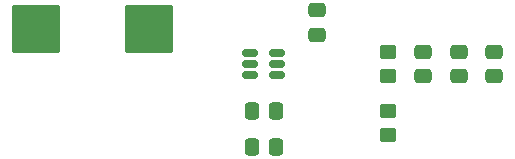
<source format=gbr>
%TF.GenerationSoftware,KiCad,Pcbnew,9.0.6*%
%TF.CreationDate,2026-01-20T00:14:11+05:30*%
%TF.ProjectId,buck_conv_lmr51430,6275636b-5f63-46f6-9e76-5f6c6d723531,rev?*%
%TF.SameCoordinates,Original*%
%TF.FileFunction,Paste,Top*%
%TF.FilePolarity,Positive*%
%FSLAX46Y46*%
G04 Gerber Fmt 4.6, Leading zero omitted, Abs format (unit mm)*
G04 Created by KiCad (PCBNEW 9.0.6) date 2026-01-20 00:14:11*
%MOMM*%
%LPD*%
G01*
G04 APERTURE LIST*
G04 Aperture macros list*
%AMRoundRect*
0 Rectangle with rounded corners*
0 $1 Rounding radius*
0 $2 $3 $4 $5 $6 $7 $8 $9 X,Y pos of 4 corners*
0 Add a 4 corners polygon primitive as box body*
4,1,4,$2,$3,$4,$5,$6,$7,$8,$9,$2,$3,0*
0 Add four circle primitives for the rounded corners*
1,1,$1+$1,$2,$3*
1,1,$1+$1,$4,$5*
1,1,$1+$1,$6,$7*
1,1,$1+$1,$8,$9*
0 Add four rect primitives between the rounded corners*
20,1,$1+$1,$2,$3,$4,$5,0*
20,1,$1+$1,$4,$5,$6,$7,0*
20,1,$1+$1,$6,$7,$8,$9,0*
20,1,$1+$1,$8,$9,$2,$3,0*%
G04 Aperture macros list end*
%ADD10RoundRect,0.150000X-0.512500X-0.150000X0.512500X-0.150000X0.512500X0.150000X-0.512500X0.150000X0*%
%ADD11RoundRect,0.250000X-0.475000X0.337500X-0.475000X-0.337500X0.475000X-0.337500X0.475000X0.337500X0*%
%ADD12RoundRect,0.250000X-0.337500X-0.475000X0.337500X-0.475000X0.337500X0.475000X-0.337500X0.475000X0*%
%ADD13RoundRect,0.250000X0.475000X-0.337500X0.475000X0.337500X-0.475000X0.337500X-0.475000X-0.337500X0*%
%ADD14RoundRect,0.250000X-0.450000X0.350000X-0.450000X-0.350000X0.450000X-0.350000X0.450000X0.350000X0*%
%ADD15RoundRect,0.250002X1.799998X1.799998X-1.799998X1.799998X-1.799998X-1.799998X1.799998X-1.799998X0*%
G04 APERTURE END LIST*
D10*
%TO.C,U1*%
X154362500Y-89050000D03*
X154362500Y-90000000D03*
X154362500Y-90950000D03*
X156637500Y-90950000D03*
X156637500Y-90000000D03*
X156637500Y-89050000D03*
%TD*%
D11*
%TO.C,C4*%
X172000000Y-88962500D03*
X172000000Y-91037500D03*
%TD*%
D12*
%TO.C,C2*%
X154462500Y-94000000D03*
X156537500Y-94000000D03*
%TD*%
D13*
%TO.C,C3*%
X160000000Y-87537500D03*
X160000000Y-85462500D03*
%TD*%
D14*
%TO.C,R2*%
X166000000Y-94000000D03*
X166000000Y-96000000D03*
%TD*%
D11*
%TO.C,C6*%
X175000000Y-88962500D03*
X175000000Y-91037500D03*
%TD*%
D12*
%TO.C,C1*%
X154462500Y-97000000D03*
X156537500Y-97000000D03*
%TD*%
D14*
%TO.C,R1*%
X166000000Y-89000000D03*
X166000000Y-91000000D03*
%TD*%
D15*
%TO.C,L1*%
X145750000Y-87000000D03*
X136250000Y-87000000D03*
%TD*%
D11*
%TO.C,C5*%
X168990000Y-88962500D03*
X168990000Y-91037500D03*
%TD*%
M02*

</source>
